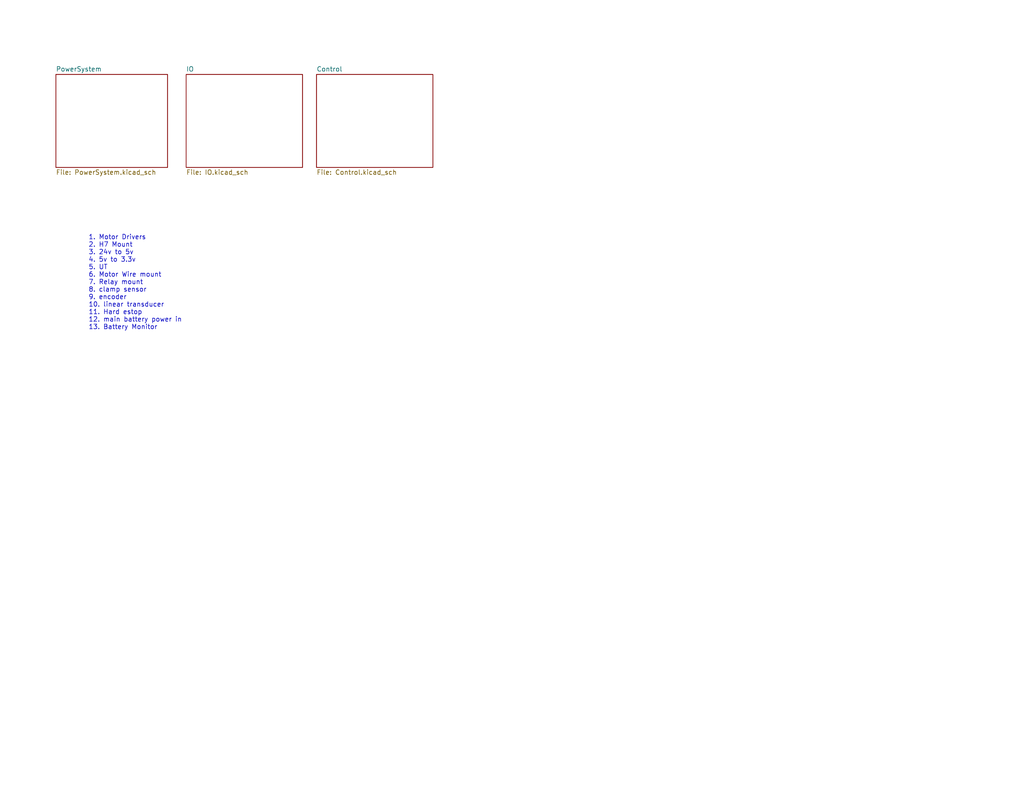
<source format=kicad_sch>
(kicad_sch (version 20230121) (generator eeschema)
  (paper "A")
  (lib_symbols)
  (text "1. Motor Drivers\n2. H7 Mount\n3. 24v to 5v\n4. 5v to 3.3v\n5. UT\n6. Motor Wire mount\n7. Relay mount\n8. clamp sensor\n9. encoder\n10. linear transducer\n11. Hard estop\n12. main battery power in\n13. Battery Monitor" (at 24.13 90.17 0) (effects (font (size 1.27 1.27)) (justify left bottom)))
  (sheet (at 50.8 20.32) (size 31.75 25.4) (stroke (width 0.1524))
    (property "Sheetname" "IO" (at 50.8 19.6084 0) (effects (justify left bottom)))
    (property "Sheetfile" "IO.kicad_sch" (at 50.8 46.3046 0) (effects (justify left top)))
  )
  (sheet (at 86.36 20.32) (size 31.75 25.4) (stroke (width 0.1524))
    (property "Sheetname" "Control" (at 86.36 19.6084 0) (effects (justify left bottom)))
    (property "Sheetfile" "Control.kicad_sch" (at 86.36 46.3046 0) (effects (justify left top)))
  )
  (sheet (at 15.24 20.32) (size 30.48 25.4) (stroke (width 0.1524))
    (property "Sheetname" "PowerSystem" (at 15.24 19.6084 0) (effects (justify left bottom)))
    (property "Sheetfile" "PowerSystem.kicad_sch" (at 15.24 46.3046 0) (effects (justify left top)))
  )
)
</source>
